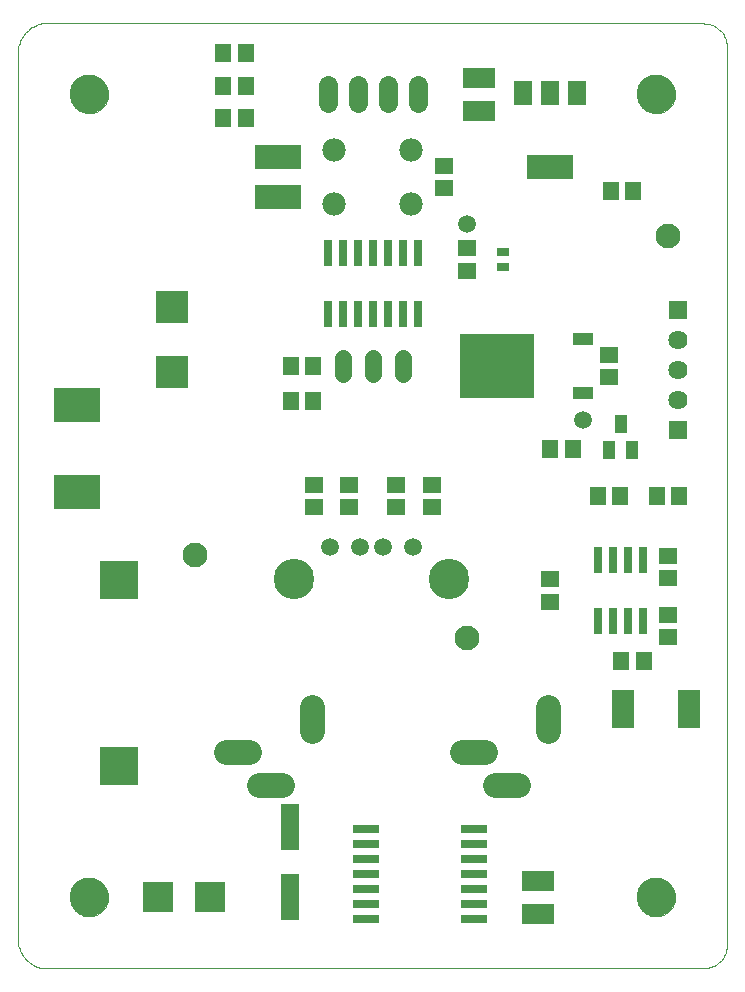
<source format=gts>
G75*
G70*
%OFA0B0*%
%FSLAX24Y24*%
%IPPOS*%
%LPD*%
%AMOC8*
5,1,8,0,0,1.08239X$1,22.5*
%
%ADD10C,0.0000*%
%ADD11C,0.0827*%
%ADD12C,0.1346*%
%ADD13C,0.0594*%
%ADD14C,0.0560*%
%ADD15R,0.0640X0.0640*%
%ADD16C,0.0640*%
%ADD17C,0.1300*%
%ADD18R,0.1103X0.1103*%
%ADD19R,0.0631X0.0552*%
%ADD20R,0.0552X0.0631*%
%ADD21C,0.0780*%
%ADD22R,0.1540X0.0800*%
%ADD23R,0.0276X0.0906*%
%ADD24R,0.0906X0.0276*%
%ADD25R,0.1103X0.0670*%
%ADD26R,0.0591X0.1536*%
%ADD27R,0.1300X0.1300*%
%ADD28R,0.2481X0.2166*%
%ADD29R,0.0670X0.0434*%
%ADD30R,0.0434X0.0591*%
%ADD31R,0.0749X0.1300*%
%ADD32C,0.0640*%
%ADD33R,0.0631X0.0827*%
%ADD34R,0.1536X0.0827*%
%ADD35R,0.1536X0.1142*%
%ADD36R,0.0985X0.0985*%
%ADD37R,0.0394X0.0316*%
%ADD38C,0.0827*%
%ADD39C,0.0591*%
D10*
X015719Y008027D02*
X015719Y037160D01*
X015718Y037160D02*
X015708Y037220D01*
X015702Y037280D01*
X015699Y037341D01*
X015700Y037401D01*
X015704Y037462D01*
X015713Y037522D01*
X015724Y037581D01*
X015740Y037640D01*
X015759Y037698D01*
X015781Y037754D01*
X015807Y037809D01*
X015836Y037862D01*
X015868Y037914D01*
X015903Y037963D01*
X015941Y038011D01*
X015982Y038055D01*
X016025Y038098D01*
X016071Y038137D01*
X016119Y038174D01*
X016170Y038208D01*
X016222Y038238D01*
X016276Y038266D01*
X016332Y038290D01*
X016389Y038311D01*
X016447Y038328D01*
X016506Y038342D01*
X038553Y038342D01*
X038553Y038341D02*
X038607Y038339D01*
X038660Y038334D01*
X038713Y038325D01*
X038765Y038312D01*
X038817Y038296D01*
X038867Y038276D01*
X038915Y038253D01*
X038962Y038226D01*
X039007Y038197D01*
X039050Y038164D01*
X039090Y038129D01*
X039128Y038091D01*
X039163Y038051D01*
X039196Y038008D01*
X039225Y037963D01*
X039252Y037916D01*
X039275Y037868D01*
X039295Y037818D01*
X039311Y037766D01*
X039324Y037714D01*
X039333Y037661D01*
X039338Y037608D01*
X039340Y037554D01*
X039341Y037554D02*
X039341Y007633D01*
X039340Y007633D02*
X039338Y007579D01*
X039333Y007526D01*
X039324Y007473D01*
X039311Y007421D01*
X039295Y007369D01*
X039275Y007319D01*
X039252Y007271D01*
X039225Y007224D01*
X039196Y007179D01*
X039163Y007136D01*
X039128Y007096D01*
X039090Y007058D01*
X039050Y007023D01*
X039007Y006990D01*
X038962Y006961D01*
X038915Y006934D01*
X038867Y006911D01*
X038817Y006891D01*
X038765Y006875D01*
X038713Y006862D01*
X038660Y006853D01*
X038607Y006848D01*
X038553Y006846D01*
X016506Y006846D01*
X016506Y006845D02*
X016447Y006859D01*
X016389Y006876D01*
X016332Y006897D01*
X016276Y006921D01*
X016222Y006949D01*
X016170Y006979D01*
X016119Y007013D01*
X016071Y007050D01*
X016025Y007089D01*
X015982Y007132D01*
X015941Y007176D01*
X015903Y007224D01*
X015868Y007273D01*
X015836Y007325D01*
X015807Y007378D01*
X015781Y007433D01*
X015759Y007489D01*
X015740Y007547D01*
X015724Y007606D01*
X015713Y007665D01*
X015704Y007725D01*
X015700Y007786D01*
X015699Y007846D01*
X015702Y007907D01*
X015708Y007967D01*
X015718Y008027D01*
X017451Y009208D02*
X017453Y009258D01*
X017459Y009308D01*
X017469Y009357D01*
X017483Y009405D01*
X017500Y009452D01*
X017521Y009497D01*
X017546Y009541D01*
X017574Y009582D01*
X017606Y009621D01*
X017640Y009658D01*
X017677Y009692D01*
X017717Y009722D01*
X017759Y009749D01*
X017803Y009773D01*
X017849Y009794D01*
X017896Y009810D01*
X017944Y009823D01*
X017994Y009832D01*
X018043Y009837D01*
X018094Y009838D01*
X018144Y009835D01*
X018193Y009828D01*
X018242Y009817D01*
X018290Y009802D01*
X018336Y009784D01*
X018381Y009762D01*
X018424Y009736D01*
X018465Y009707D01*
X018504Y009675D01*
X018540Y009640D01*
X018572Y009602D01*
X018602Y009562D01*
X018629Y009519D01*
X018652Y009475D01*
X018671Y009429D01*
X018687Y009381D01*
X018699Y009332D01*
X018707Y009283D01*
X018711Y009233D01*
X018711Y009183D01*
X018707Y009133D01*
X018699Y009084D01*
X018687Y009035D01*
X018671Y008987D01*
X018652Y008941D01*
X018629Y008897D01*
X018602Y008854D01*
X018572Y008814D01*
X018540Y008776D01*
X018504Y008741D01*
X018465Y008709D01*
X018424Y008680D01*
X018381Y008654D01*
X018336Y008632D01*
X018290Y008614D01*
X018242Y008599D01*
X018193Y008588D01*
X018144Y008581D01*
X018094Y008578D01*
X018043Y008579D01*
X017994Y008584D01*
X017944Y008593D01*
X017896Y008606D01*
X017849Y008622D01*
X017803Y008643D01*
X017759Y008667D01*
X017717Y008694D01*
X017677Y008724D01*
X017640Y008758D01*
X017606Y008795D01*
X017574Y008834D01*
X017546Y008875D01*
X017521Y008919D01*
X017500Y008964D01*
X017483Y009011D01*
X017469Y009059D01*
X017459Y009108D01*
X017453Y009158D01*
X017451Y009208D01*
X036349Y009208D02*
X036351Y009258D01*
X036357Y009308D01*
X036367Y009357D01*
X036381Y009405D01*
X036398Y009452D01*
X036419Y009497D01*
X036444Y009541D01*
X036472Y009582D01*
X036504Y009621D01*
X036538Y009658D01*
X036575Y009692D01*
X036615Y009722D01*
X036657Y009749D01*
X036701Y009773D01*
X036747Y009794D01*
X036794Y009810D01*
X036842Y009823D01*
X036892Y009832D01*
X036941Y009837D01*
X036992Y009838D01*
X037042Y009835D01*
X037091Y009828D01*
X037140Y009817D01*
X037188Y009802D01*
X037234Y009784D01*
X037279Y009762D01*
X037322Y009736D01*
X037363Y009707D01*
X037402Y009675D01*
X037438Y009640D01*
X037470Y009602D01*
X037500Y009562D01*
X037527Y009519D01*
X037550Y009475D01*
X037569Y009429D01*
X037585Y009381D01*
X037597Y009332D01*
X037605Y009283D01*
X037609Y009233D01*
X037609Y009183D01*
X037605Y009133D01*
X037597Y009084D01*
X037585Y009035D01*
X037569Y008987D01*
X037550Y008941D01*
X037527Y008897D01*
X037500Y008854D01*
X037470Y008814D01*
X037438Y008776D01*
X037402Y008741D01*
X037363Y008709D01*
X037322Y008680D01*
X037279Y008654D01*
X037234Y008632D01*
X037188Y008614D01*
X037140Y008599D01*
X037091Y008588D01*
X037042Y008581D01*
X036992Y008578D01*
X036941Y008579D01*
X036892Y008584D01*
X036842Y008593D01*
X036794Y008606D01*
X036747Y008622D01*
X036701Y008643D01*
X036657Y008667D01*
X036615Y008694D01*
X036575Y008724D01*
X036538Y008758D01*
X036504Y008795D01*
X036472Y008834D01*
X036444Y008875D01*
X036419Y008919D01*
X036398Y008964D01*
X036381Y009011D01*
X036367Y009059D01*
X036357Y009108D01*
X036351Y009158D01*
X036349Y009208D01*
X036349Y035979D02*
X036351Y036029D01*
X036357Y036079D01*
X036367Y036128D01*
X036381Y036176D01*
X036398Y036223D01*
X036419Y036268D01*
X036444Y036312D01*
X036472Y036353D01*
X036504Y036392D01*
X036538Y036429D01*
X036575Y036463D01*
X036615Y036493D01*
X036657Y036520D01*
X036701Y036544D01*
X036747Y036565D01*
X036794Y036581D01*
X036842Y036594D01*
X036892Y036603D01*
X036941Y036608D01*
X036992Y036609D01*
X037042Y036606D01*
X037091Y036599D01*
X037140Y036588D01*
X037188Y036573D01*
X037234Y036555D01*
X037279Y036533D01*
X037322Y036507D01*
X037363Y036478D01*
X037402Y036446D01*
X037438Y036411D01*
X037470Y036373D01*
X037500Y036333D01*
X037527Y036290D01*
X037550Y036246D01*
X037569Y036200D01*
X037585Y036152D01*
X037597Y036103D01*
X037605Y036054D01*
X037609Y036004D01*
X037609Y035954D01*
X037605Y035904D01*
X037597Y035855D01*
X037585Y035806D01*
X037569Y035758D01*
X037550Y035712D01*
X037527Y035668D01*
X037500Y035625D01*
X037470Y035585D01*
X037438Y035547D01*
X037402Y035512D01*
X037363Y035480D01*
X037322Y035451D01*
X037279Y035425D01*
X037234Y035403D01*
X037188Y035385D01*
X037140Y035370D01*
X037091Y035359D01*
X037042Y035352D01*
X036992Y035349D01*
X036941Y035350D01*
X036892Y035355D01*
X036842Y035364D01*
X036794Y035377D01*
X036747Y035393D01*
X036701Y035414D01*
X036657Y035438D01*
X036615Y035465D01*
X036575Y035495D01*
X036538Y035529D01*
X036504Y035566D01*
X036472Y035605D01*
X036444Y035646D01*
X036419Y035690D01*
X036398Y035735D01*
X036381Y035782D01*
X036367Y035830D01*
X036357Y035879D01*
X036351Y035929D01*
X036349Y035979D01*
X017451Y035979D02*
X017453Y036029D01*
X017459Y036079D01*
X017469Y036128D01*
X017483Y036176D01*
X017500Y036223D01*
X017521Y036268D01*
X017546Y036312D01*
X017574Y036353D01*
X017606Y036392D01*
X017640Y036429D01*
X017677Y036463D01*
X017717Y036493D01*
X017759Y036520D01*
X017803Y036544D01*
X017849Y036565D01*
X017896Y036581D01*
X017944Y036594D01*
X017994Y036603D01*
X018043Y036608D01*
X018094Y036609D01*
X018144Y036606D01*
X018193Y036599D01*
X018242Y036588D01*
X018290Y036573D01*
X018336Y036555D01*
X018381Y036533D01*
X018424Y036507D01*
X018465Y036478D01*
X018504Y036446D01*
X018540Y036411D01*
X018572Y036373D01*
X018602Y036333D01*
X018629Y036290D01*
X018652Y036246D01*
X018671Y036200D01*
X018687Y036152D01*
X018699Y036103D01*
X018707Y036054D01*
X018711Y036004D01*
X018711Y035954D01*
X018707Y035904D01*
X018699Y035855D01*
X018687Y035806D01*
X018671Y035758D01*
X018652Y035712D01*
X018629Y035668D01*
X018602Y035625D01*
X018572Y035585D01*
X018540Y035547D01*
X018504Y035512D01*
X018465Y035480D01*
X018424Y035451D01*
X018381Y035425D01*
X018336Y035403D01*
X018290Y035385D01*
X018242Y035370D01*
X018193Y035359D01*
X018144Y035352D01*
X018094Y035349D01*
X018043Y035350D01*
X017994Y035355D01*
X017944Y035364D01*
X017896Y035377D01*
X017849Y035393D01*
X017803Y035414D01*
X017759Y035438D01*
X017717Y035465D01*
X017677Y035495D01*
X017640Y035529D01*
X017606Y035566D01*
X017574Y035605D01*
X017546Y035646D01*
X017521Y035690D01*
X017500Y035735D01*
X017483Y035782D01*
X017469Y035830D01*
X017459Y035879D01*
X017453Y035929D01*
X017451Y035979D01*
D11*
X025500Y015558D02*
X025500Y014771D01*
X024516Y012960D02*
X023729Y012960D01*
X023414Y014062D02*
X022626Y014062D01*
X030500Y014062D02*
X031288Y014062D01*
X031603Y012960D02*
X032390Y012960D01*
X033374Y014771D02*
X033374Y015558D01*
D12*
X030077Y019834D03*
X024904Y019834D03*
D13*
X026112Y020901D03*
X027097Y020901D03*
X027884Y020901D03*
X028868Y020901D03*
D14*
X028530Y026664D02*
X028530Y027184D01*
X027530Y027184D02*
X027530Y026664D01*
X026530Y026664D02*
X026530Y027184D01*
D15*
X037715Y028790D03*
X037715Y024790D03*
D16*
X037715Y025790D03*
X037715Y026790D03*
X037715Y027790D03*
D17*
X036979Y035979D03*
X018081Y035979D03*
X018081Y009208D03*
X036979Y009208D03*
D18*
X020837Y026727D03*
X020837Y028893D03*
D19*
X025561Y022968D03*
X025561Y022220D03*
X026742Y022220D03*
X026742Y022968D03*
X028317Y022968D03*
X028317Y022220D03*
X029498Y022220D03*
X029498Y022968D03*
X033435Y019818D03*
X033435Y019070D03*
X037372Y018637D03*
X037372Y017889D03*
X037372Y019857D03*
X037372Y020605D03*
X035404Y026550D03*
X035404Y027298D03*
X030679Y030094D03*
X030679Y030842D03*
X029892Y032849D03*
X029892Y033598D03*
D20*
X035463Y032751D03*
X036211Y032751D03*
X034203Y024168D03*
X033455Y024168D03*
X035030Y022594D03*
X035778Y022594D03*
X036998Y022594D03*
X037746Y022594D03*
X036565Y017082D03*
X035817Y017082D03*
X025542Y025743D03*
X024794Y025743D03*
X024794Y026924D03*
X025542Y026924D03*
X023298Y035192D03*
X022549Y035192D03*
X022549Y036255D03*
X023298Y036255D03*
X023298Y037357D03*
X022549Y037357D03*
D21*
X026250Y034113D03*
X026250Y032333D03*
X028810Y032333D03*
X028810Y034113D03*
D22*
X024380Y033893D03*
X024380Y032554D03*
D23*
X026030Y030704D03*
X026530Y030704D03*
X027030Y030704D03*
X027530Y030704D03*
X028030Y030704D03*
X028530Y030704D03*
X029030Y030704D03*
X029030Y028657D03*
X028530Y028657D03*
X028030Y028657D03*
X027530Y028657D03*
X027030Y028657D03*
X026530Y028657D03*
X026030Y028657D03*
X035048Y020468D03*
X035548Y020468D03*
X036048Y020468D03*
X036548Y020468D03*
X036548Y018420D03*
X036048Y018420D03*
X035548Y018420D03*
X035048Y018420D03*
D24*
X030916Y011495D03*
X030916Y010995D03*
X030916Y010495D03*
X030916Y009995D03*
X030916Y009495D03*
X030916Y008995D03*
X030916Y008495D03*
X027294Y008495D03*
X027294Y008995D03*
X027294Y009495D03*
X027294Y009995D03*
X027294Y010495D03*
X027294Y010995D03*
X027294Y011495D03*
D25*
X033042Y009759D03*
X033042Y008657D03*
X031073Y035428D03*
X031073Y036531D03*
D26*
X024774Y011570D03*
X024774Y009208D03*
D27*
X019065Y013578D03*
X019065Y019798D03*
D28*
X031664Y026924D03*
D29*
X034538Y026027D03*
X034538Y027822D03*
D30*
X035798Y024995D03*
X036172Y024129D03*
X035423Y024129D03*
D31*
X035876Y015507D03*
X038081Y015507D03*
D32*
X029030Y035679D02*
X029030Y036279D01*
X028030Y036279D02*
X028030Y035679D01*
X027030Y035679D02*
X027030Y036279D01*
X026030Y036279D02*
X026030Y035679D01*
D33*
X032530Y036038D03*
X033435Y036038D03*
X034341Y036038D03*
D34*
X033435Y033558D03*
D35*
X017687Y025625D03*
X017687Y022712D03*
D36*
X020364Y009208D03*
X022097Y009208D03*
D37*
X031860Y030212D03*
X031860Y030723D03*
D38*
X037372Y031255D03*
X030679Y017869D03*
X021624Y020625D03*
D39*
X030679Y031649D03*
X034538Y025113D03*
M02*

</source>
